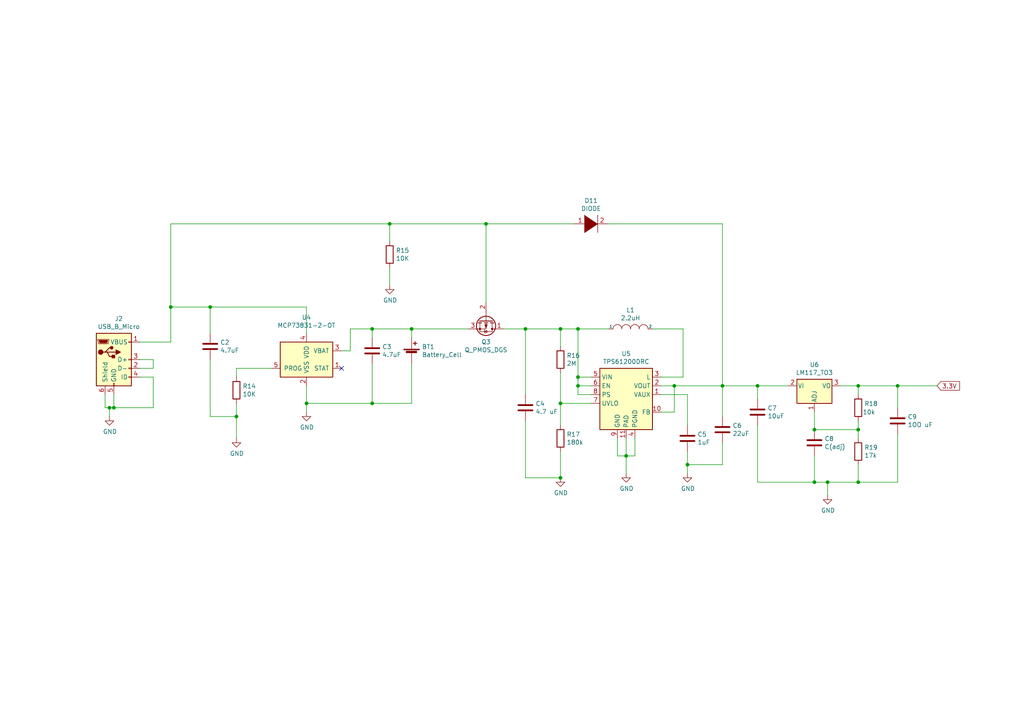
<source format=kicad_sch>
(kicad_sch (version 20230121) (generator eeschema)
  (paper "A4")
  (lib_symbols
    (symbol "Connector:USB_B_Micro" (pin_names (offset 1.016))
      (property "Reference" "J" (at -5.08 11.43 0))
      (property "Value" "USB_B_Micro" (at -5.08 8.89 0))
      (symbol "USB_B_Micro_0_1"
        (rectangle (start -5.08 -7.62) (end 5.08 7.62) (stroke (width 0.254)) (fill (type background)))
        (circle (center -3.81 2.159) (radius 0.635) (stroke (width 0.254)) (fill (type outline)))
        (circle (center -0.635 3.429) (radius 0.381) (stroke (width 0.254)) (fill (type outline)))
        (rectangle (start -0.127 -7.62) (end 0.127 -6.858))
        (polyline (pts (xy -1.905 2.159) (xy 0.635 2.159)) (stroke (width 0.254)))
        (polyline (pts (xy -3.175 2.159) (xy -2.54 2.159) (xy -1.27 3.429) (xy -0.635 3.429)) (stroke (width 0.254)))
        (polyline (pts (xy -2.54 2.159) (xy -1.905 2.159) (xy -1.27 0.889) (xy 0 0.889)) (stroke (width 0.254)))
        (polyline (pts (xy 0.635 2.794) (xy 0.635 1.524) (xy 1.905 2.159) (xy 0.635 2.794)) (stroke (width 0.254)) (fill (type outline)))
        (polyline (pts (xy -4.318 5.588) (xy -1.778 5.588) (xy -2.032 4.826) (xy -4.064 4.826) (xy -4.318 5.588)) (fill (type outline)))
        (polyline (pts (xy -4.699 5.842) (xy -4.699 5.588) (xy -4.445 4.826) (xy -4.445 4.572) (xy -1.651 4.572) (xy -1.651 4.826) (xy -1.397 5.588) (xy -1.397 5.842) (xy -4.699 5.842)))
        (rectangle (start 0.254 1.27) (end -0.508 0.508) (stroke (width 0.254)) (fill (type outline)))
        (rectangle (start 5.08 -5.207) (end 4.318 -4.953))
        (rectangle (start 5.08 -2.667) (end 4.318 -2.413))
        (rectangle (start 5.08 -0.127) (end 4.318 0.127))
        (rectangle (start 5.08 4.953) (end 4.318 5.207))
      )
      (symbol "USB_B_Micro_1_1"
        (pin power_out line (at 7.62 5.08 180) (length 2.54) (name "VBUS") (number "1"))
        (pin bidirectional line (at 7.62 -2.54 180) (length 2.54) (name "D-") (number "2"))
        (pin bidirectional line (at 7.62 0 180) (length 2.54) (name "D+") (number "3"))
        (pin passive line (at 7.62 -5.08 180) (length 2.54) (name "ID") (number "4"))
        (pin power_out line (at 0 -10.16 90) (length 2.54) (name "GND") (number "5"))
        (pin passive line (at -2.54 -10.16 90) (length 2.54) (name "Shield") (number "6"))
      )
    )
    (symbol "Device:Battery_Cell" (pin_numbers hide) (pin_names (offset 0) hide)
      (property "Reference" "BT" (at 2.54 2.54 0))
      (property "Value" "Battery_Cell" (at 2.54 0 0))
      (symbol "Battery_Cell_0_1"
        (rectangle (start -2.286 1.778) (end 2.286 1.524) (fill (type outline)))
        (rectangle (start -1.5748 1.1938) (end 1.4732 0.6858) (fill (type outline)))
        (polyline (pts (xy 0 0.762) (xy 0 0)))
        (polyline (pts (xy 0 1.778) (xy 0 2.54)))
        (polyline (pts (xy 0.508 3.429) (xy 1.524 3.429)) (stroke (width 0.254)))
        (polyline (pts (xy 1.016 3.937) (xy 1.016 2.921)) (stroke (width 0.254)))
      )
      (symbol "Battery_Cell_1_1"
        (pin passive line (at 0 5.08 270) (length 2.54) (name "+") (number "1"))
        (pin passive line (at 0 -2.54 90) (length 2.54) (name "-") (number "2"))
      )
    )
    (symbol "Device:C" (pin_numbers hide) (pin_names (offset 0.254))
      (property "Reference" "C" (at 0.635 2.54 0))
      (property "Value" "C" (at 0.635 -2.54 0))
      (symbol "C_0_1"
        (polyline (pts (xy -2.032 -0.762) (xy 2.032 -0.762)) (stroke (width 0.508)))
        (polyline (pts (xy -2.032 0.762) (xy 2.032 0.762)) (stroke (width 0.508)))
      )
      (symbol "C_1_1"
        (pin passive line (at 0 3.81 270) (length 2.794) (name "~") (number "1"))
        (pin passive line (at 0 -3.81 90) (length 2.794) (name "~") (number "2"))
      )
    )
    (symbol "Device:Q_PMOS_DGS" (pin_names (offset 0) hide)
      (property "Reference" "Q" (at 5.08 1.27 0))
      (property "Value" "Q_PMOS_DGS" (at 5.08 -1.27 0))
      (symbol "Q_PMOS_DGS_0_1"
        (polyline (pts (xy 0.254 0) (xy -2.54 0)))
        (polyline (pts (xy 0.254 1.905) (xy 0.254 -1.905)) (stroke (width 0.254)))
        (polyline (pts (xy 0.762 -1.27) (xy 0.762 -2.286)) (stroke (width 0.254)))
        (polyline (pts (xy 0.762 0.508) (xy 0.762 -0.508)) (stroke (width 0.254)))
        (polyline (pts (xy 0.762 2.286) (xy 0.762 1.27)) (stroke (width 0.254)))
        (polyline (pts (xy 2.54 2.54) (xy 2.54 1.778)))
        (polyline (pts (xy 2.54 -2.54) (xy 2.54 0) (xy 0.762 0)))
        (polyline (pts (xy 0.762 1.778) (xy 3.302 1.778) (xy 3.302 -1.778) (xy 0.762 -1.778)))
        (polyline (pts (xy 2.286 0) (xy 1.27 0.381) (xy 1.27 -0.381) (xy 2.286 0)) (fill (type outline)))
        (polyline (pts (xy 2.794 -0.508) (xy 2.921 -0.381) (xy 3.683 -0.381) (xy 3.81 -0.254)))
        (polyline (pts (xy 3.302 -0.381) (xy 2.921 0.254) (xy 3.683 0.254) (xy 3.302 -0.381)))
        (circle (center 1.651 0) (radius 2.794) (stroke (width 0.254)))
        (circle (center 2.54 -1.778) (radius 0.254) (fill (type outline)))
        (circle (center 2.54 1.778) (radius 0.254) (fill (type outline)))
      )
      (symbol "Q_PMOS_DGS_1_1"
        (pin passive line (at 2.54 5.08 270) (length 2.54) (name "D") (number "1"))
        (pin input line (at -5.08 0 0) (length 2.54) (name "G") (number "2"))
        (pin passive line (at 2.54 -5.08 90) (length 2.54) (name "S") (number "3"))
      )
    )
    (symbol "Device:R" (pin_numbers hide) (pin_names (offset 0))
      (property "Reference" "R" (at 2.032 0 90))
      (property "Value" "R" (at 0 0 90))
      (symbol "R_0_1"
        (rectangle (start -1.016 -2.54) (end 1.016 2.54) (stroke (width 0.254)))
      )
      (symbol "R_1_1"
        (pin passive line (at 0 3.81 270) (length 1.27) (name "~") (number "1"))
        (pin passive line (at 0 -3.81 90) (length 1.27) (name "~") (number "2"))
      )
    )
    (symbol "Regulator_Linear:LM117_TO3" (pin_names (offset 0.254))
      (property "Reference" "U" (at -3.81 3.175 0))
      (property "Value" "LM117_TO3" (at 0 3.175 0))
      (symbol "LM117_TO3_0_1"
        (rectangle (start -5.08 1.905) (end 5.08 -5.08) (stroke (width 0.254)) (fill (type background)))
      )
      (symbol "LM117_TO3_1_1"
        (pin input line (at 0 -7.62 90) (length 2.54) (name "ADJ") (number "1"))
        (pin power_in line (at -7.62 0 0) (length 2.54) (name "VI") (number "2"))
        (pin power_out line (at 7.62 0 180) (length 2.54) (name "VO") (number "3"))
      )
    )
    (symbol "Regulator_Switching:TPS61200DRC"
      (property "Reference" "U" (at -10.16 8.89 0))
      (property "Value" "TPS61200DRC" (at -2.54 8.89 0))
      (symbol "TPS61200DRC_0_1"
        (rectangle (start -7.62 7.62) (end 7.62 -10.16) (stroke (width 0.254)) (fill (type background)))
      )
      (symbol "TPS61200DRC_1_1"
        (pin bidirectional line (at 10.16 0 180) (length 2.54) (name "VAUX") (number "1"))
        (pin input line (at 10.16 -5.08 180) (length 2.54) (name "FB") (number "10"))
        (pin power_in line (at 0 -12.7 90) (length 2.54) (name "PAD") (number "11"))
        (pin power_out line (at 10.16 2.54 180) (length 2.54) (name "VOUT") (number "2"))
        (pin input line (at 10.16 5.08 180) (length 2.54) (name "L") (number "3"))
        (pin power_in line (at 2.54 -12.7 90) (length 2.54) (name "PGND") (number "4"))
        (pin power_in line (at -10.16 5.08 0) (length 2.54) (name "VIN") (number "5"))
        (pin input line (at -10.16 2.54 0) (length 2.54) (name "EN") (number "6"))
        (pin input line (at -10.16 -2.54 0) (length 2.54) (name "UVLO") (number "7"))
        (pin input line (at -10.16 0 0) (length 2.54) (name "PS") (number "8"))
        (pin power_in line (at -2.54 -12.7 90) (length 2.54) (name "GND") (number "9"))
      )
    )
    (symbol "power supplly-rescue:DIODE-pspice" (pin_names (offset 1.016) hide)
      (property "Reference" "D" (at 0 3.81 0))
      (property "Value" "pspice_DIODE" (at 0 -4.445 0))
      (symbol "DIODE-pspice_0_1"
        (polyline (pts (xy 1.905 2.54) (xy 1.905 -2.54)))
        (polyline (pts (xy -1.905 2.54) (xy -1.905 -2.54) (xy 1.905 0)) (fill (type outline)))
      )
      (symbol "DIODE-pspice_1_1"
        (pin input line (at -5.08 0 0) (length 3.81) (name "K") (number "1"))
        (pin input line (at 5.08 0 180) (length 3.81) (name "A") (number "2"))
      )
    )
    (symbol "power supplly-rescue:INDUCTOR-pspice" (pin_numbers hide) (pin_names (offset 0))
      (property "Reference" "L" (at 0 2.54 0))
      (property "Value" "pspice_INDUCTOR" (at 0 -1.27 0))
      (symbol "INDUCTOR-pspice_0_1"
        (arc (start -2.54 0) (mid -3.81 1.2645) (end -5.08 0))
        (arc (start 0 0) (mid -1.27 1.2645) (end -2.54 0))
        (arc (start 2.54 0) (mid 1.27 1.2645) (end 0 0))
        (arc (start 5.08 0) (mid 3.81 1.2645) (end 2.54 0))
      )
      (symbol "INDUCTOR-pspice_1_1"
        (pin input line (at -6.35 0 0) (length 1.27) (name "1") (number "1"))
        (pin input line (at 6.35 0 180) (length 1.27) (name "2") (number "2"))
      )
    )
    (symbol "power supplly-rescue:MCP73831-2-OT-Battery_Management" (pin_names (offset 1.016))
      (property "Reference" "U" (at -7.62 6.35 0))
      (property "Value" "Battery_Management_MCP73831-2-OT" (at 1.27 6.35 0))
      (symbol "MCP73831-2-OT-Battery_Management_0_1"
        (rectangle (start -7.62 5.08) (end 7.62 -5.08) (stroke (width 0.254)) (fill (type background)))
      )
      (symbol "MCP73831-2-OT-Battery_Management_1_1"
        (pin output line (at 10.16 -2.54 180) (length 2.54) (name "STAT") (number "1"))
        (pin power_in line (at 0 -7.62 90) (length 2.54) (name "VSS") (number "2"))
        (pin power_out line (at 10.16 2.54 180) (length 2.54) (name "VBAT") (number "3"))
        (pin power_in line (at 0 7.62 270) (length 2.54) (name "VDD") (number "4"))
        (pin input line (at -10.16 -2.54 0) (length 2.54) (name "PROG") (number "5"))
      )
    )
    (symbol "power:GND" (power) (pin_names (offset 0))
      (property "Value" "GND" (at 0 -3.81 0))
      (symbol "GND_0_1"
        (polyline (pts (xy 0 0) (xy 0 -1.27) (xy 1.27 -1.27) (xy 0 -2.54) (xy -1.27 -1.27) (xy 0 -1.27)))
      )
      (symbol "GND_1_1"
        (pin power_in line (at 0 0 270) (length 0) hide (name "GND") (number "1"))
      )
    )
  )
  (junction (at 195.58 111.9124))
  (junction (at 236.22 139.8524))
  (junction (at 248.92 111.9124))
  (junction (at 152.4 95.4024))
  (junction (at 49.53 89.0524))
  (junction (at 140.97 64.9224))
  (junction (at 162.56 116.9924))
  (junction (at 199.39 134.7724))
  (junction (at 119.38 95.4024))
  (junction (at 162.56 138.5824))
  (junction (at 107.95 95.4024))
  (junction (at 31.75 118.2624))
  (junction (at 236.22 124.6124))
  (junction (at 181.61 132.2324))
  (junction (at 209.55 111.9124))
  (junction (at 113.03 64.9224))
  (junction (at 107.95 116.9924))
  (junction (at 68.58 120.8024))
  (junction (at 162.56 95.4024))
  (junction (at 167.64 95.4024))
  (junction (at 248.92 124.6124))
  (junction (at 60.96 89.0524))
  (junction (at 240.03 139.8524))
  (junction (at 33.02 118.2624))
  (junction (at 248.92 139.8524))
  (junction (at 260.35 111.9124))
  (junction (at 167.64 111.9124))
  (junction (at 167.64 109.3724))
  (junction (at 88.9 116.9924))
  (junction (at 219.71 111.9124))
  (no_connect (at 99.06 106.8324))
  (wire (pts (xy 162.56 138.5824) (xy 162.56 130.9624)))
  (wire (pts (xy 209.55 128.4224) (xy 209.55 134.7724)))
  (wire (pts (xy 195.58 119.5324) (xy 191.77 119.5324)))
  (wire (pts (xy 184.15 132.2324) (xy 184.15 127.1524)))
  (wire (pts (xy 107.95 116.9924) (xy 119.38 116.9924)))
  (wire (pts (xy 152.4 95.4024) (xy 162.56 95.4024)))
  (wire (pts (xy 30.48 118.2624) (xy 30.48 114.4524)))
  (wire (pts (xy 152.4 138.5824) (xy 162.56 138.5824)))
  (wire (pts (xy 33.02 118.2624) (xy 33.02 114.4524)))
  (wire (pts (xy 179.07 127.1524) (xy 179.07 132.2324)))
  (wire (pts (xy 248.92 111.9124) (xy 243.84 111.9124)))
  (wire (pts (xy 219.71 115.7224) (xy 219.71 111.9124)))
  (wire (pts (xy 78.74 106.8324) (xy 68.58 106.8324)))
  (wire (pts (xy 195.58 111.9124) (xy 195.58 119.5324)))
  (wire (pts (xy 199.39 123.3424) (xy 199.39 114.4524)))
  (wire (pts (xy 219.71 123.3424) (xy 219.71 139.8524)))
  (wire (pts (xy 181.61 132.2324) (xy 181.61 127.1524)))
  (wire (pts (xy 209.55 120.8024) (xy 209.55 111.9124)))
  (wire (pts (xy 181.61 137.3124) (xy 181.61 132.2324)))
  (wire (pts (xy 248.92 139.8524) (xy 260.35 139.8524)))
  (wire (pts (xy 31.75 118.2624) (xy 30.48 118.2624)))
  (wire (pts (xy 209.55 111.9124) (xy 219.71 111.9124)))
  (wire (pts (xy 240.03 139.8524) (xy 248.92 139.8524)))
  (wire (pts (xy 152.4 95.4024) (xy 152.4 114.4524)))
  (wire (pts (xy 167.64 109.3724) (xy 167.64 95.4024)))
  (wire (pts (xy 248.92 124.6124) (xy 248.92 122.0724)))
  (wire (pts (xy 152.4 122.0724) (xy 152.4 138.5824)))
  (wire (pts (xy 179.07 132.2324) (xy 181.61 132.2324)))
  (wire (pts (xy 44.45 104.2924) (xy 44.45 106.8324)))
  (wire (pts (xy 88.9 116.9924) (xy 107.95 116.9924)))
  (wire (pts (xy 171.45 116.9924) (xy 162.56 116.9924)))
  (wire (pts (xy 162.56 100.4824) (xy 162.56 95.4024)))
  (wire (pts (xy 44.45 118.2624) (xy 33.02 118.2624)))
  (wire (pts (xy 260.35 139.8524) (xy 260.35 125.8824)))
  (wire (pts (xy 176.53 95.4024) (xy 167.64 95.4024)))
  (wire (pts (xy 140.97 64.9224) (xy 166.37 64.9224)))
  (wire (pts (xy 113.03 82.7024) (xy 113.03 77.6224)))
  (wire (pts (xy 101.6 95.4024) (xy 107.95 95.4024)))
  (wire (pts (xy 135.89 95.4024) (xy 119.38 95.4024)))
  (wire (pts (xy 113.03 64.9224) (xy 140.97 64.9224)))
  (wire (pts (xy 195.58 111.9124) (xy 209.55 111.9124)))
  (wire (pts (xy 260.35 111.9124) (xy 248.92 111.9124)))
  (wire (pts (xy 44.45 109.3724) (xy 44.45 118.2624)))
  (wire (pts (xy 199.39 134.7724) (xy 199.39 137.3124)))
  (wire (pts (xy 167.64 114.4524) (xy 167.64 111.9124)))
  (wire (pts (xy 31.75 118.2624) (xy 33.02 118.2624)))
  (wire (pts (xy 171.45 114.4524) (xy 167.64 114.4524)))
  (wire (pts (xy 248.92 139.8524) (xy 248.92 134.7724)))
  (wire (pts (xy 191.77 111.9124) (xy 195.58 111.9124)))
  (wire (pts (xy 60.96 89.0524) (xy 49.53 89.0524)))
  (wire (pts (xy 40.64 99.2124) (xy 49.53 99.2124)))
  (wire (pts (xy 119.38 95.4024) (xy 119.38 97.9424)))
  (wire (pts (xy 209.55 64.9224) (xy 209.55 111.9124)))
  (wire (pts (xy 88.9 111.9124) (xy 88.9 116.9924)))
  (wire (pts (xy 113.03 64.9224) (xy 113.03 70.0024)))
  (wire (pts (xy 101.6 101.7524) (xy 101.6 95.4024)))
  (wire (pts (xy 199.39 130.9624) (xy 199.39 134.7724)))
  (wire (pts (xy 191.77 114.4524) (xy 199.39 114.4524)))
  (wire (pts (xy 31.75 120.8024) (xy 31.75 118.2624)))
  (wire (pts (xy 167.64 111.9124) (xy 167.64 109.3724)))
  (wire (pts (xy 189.23 95.4024) (xy 198.12 95.4024)))
  (wire (pts (xy 236.22 132.2324) (xy 236.22 139.8524)))
  (wire (pts (xy 99.06 101.7524) (xy 101.6 101.7524)))
  (wire (pts (xy 88.9 89.0524) (xy 88.9 96.6724)))
  (wire (pts (xy 140.97 64.9224) (xy 140.97 87.7824)))
  (wire (pts (xy 198.12 109.3724) (xy 191.77 109.3724)))
  (wire (pts (xy 88.9 116.9924) (xy 88.9 119.5324)))
  (wire (pts (xy 219.71 139.8524) (xy 236.22 139.8524)))
  (wire (pts (xy 60.96 96.6724) (xy 60.96 89.0524)))
  (wire (pts (xy 236.22 124.6124) (xy 236.22 119.5324)))
  (wire (pts (xy 60.96 120.8024) (xy 60.96 104.2924)))
  (wire (pts (xy 119.38 105.5624) (xy 119.38 116.9924)))
  (wire (pts (xy 68.58 120.8024) (xy 68.58 127.1524)))
  (wire (pts (xy 198.12 95.4024) (xy 198.12 109.3724)))
  (wire (pts (xy 162.56 116.9924) (xy 162.56 108.1024)))
  (wire (pts (xy 240.03 143.6624) (xy 240.03 139.8524)))
  (wire (pts (xy 171.45 109.3724) (xy 167.64 109.3724)))
  (wire (pts (xy 228.6 111.9124) (xy 219.71 111.9124)))
  (wire (pts (xy 260.35 118.2624) (xy 260.35 111.9124)))
  (wire (pts (xy 49.53 64.9224) (xy 113.03 64.9224)))
  (wire (pts (xy 209.55 134.7724) (xy 199.39 134.7724)))
  (wire (pts (xy 176.53 64.9224) (xy 209.55 64.9224)))
  (wire (pts (xy 49.53 89.0524) (xy 49.53 99.2124)))
  (wire (pts (xy 167.64 111.9124) (xy 171.45 111.9124)))
  (wire (pts (xy 181.61 132.2324) (xy 184.15 132.2324)))
  (wire (pts (xy 88.9 89.0524) (xy 60.96 89.0524)))
  (wire (pts (xy 146.05 95.4024) (xy 152.4 95.4024)))
  (wire (pts (xy 68.58 120.8024) (xy 60.96 120.8024)))
  (wire (pts (xy 49.53 89.0524) (xy 49.53 64.9224)))
  (wire (pts (xy 162.56 123.3424) (xy 162.56 116.9924)))
  (wire (pts (xy 44.45 106.8324) (xy 40.64 106.8324)))
  (wire (pts (xy 107.95 95.4024) (xy 119.38 95.4024)))
  (wire (pts (xy 260.35 111.9124) (xy 271.78 111.9124)))
  (wire (pts (xy 248.92 127.1524) (xy 248.92 124.6124)))
  (wire (pts (xy 167.64 95.4024) (xy 162.56 95.4024)))
  (wire (pts (xy 248.92 124.6124) (xy 236.22 124.6124)))
  (wire (pts (xy 107.95 105.5624) (xy 107.95 116.9924)))
  (wire (pts (xy 40.64 109.3724) (xy 44.45 109.3724)))
  (wire (pts (xy 68.58 106.8324) (xy 68.58 109.3724)))
  (wire (pts (xy 236.22 139.8524) (xy 240.03 139.8524)))
  (wire (pts (xy 68.58 116.9924) (xy 68.58 120.8024)))
  (wire (pts (xy 248.92 114.4524) (xy 248.92 111.9124)))
  (wire (pts (xy 40.64 104.2924) (xy 44.45 104.2924)))
  (wire (pts (xy 107.95 95.4024) (xy 107.95 97.9424)))
  (global_label "3.3V" (shape input) (at 271.78 111.9124 0) (property "Intersheetrefs" "${INTERSHEET_REFS}" (effects hide)))
  (symbol (lib_id "Device:C") (at 236.22 128.4224 0) (unit 1)
    (property "Reference" "C8" (at 239.141 127.254 0) (effects (justify left)))
    (property "Value" "C(adj)" (at 239.141 129.5654 0) (effects (justify left)))
    (instances (project "Main Schematic" (path "" (reference "C8") (unit 1))) (project "Main Schematic" (path "" (reference "C8") (unit 1))) (project "PowerUnit_sch" (path "" (reference "C8") (unit 1))) (project "power supplly[2803]" (path "" (reference "C9") (unit 1))))
  )
  (symbol (lib_id "Device:C") (at 260.35 122.0724 0) (unit 1)
    (property "Reference" "C9" (at 263.271 120.904 0) (effects (justify left)))
    (property "Value" "1OO uF" (at 263.271 123.2154 0) (effects (justify left)))
    (instances (project "Main Schematic" (path "" (reference "C9") (unit 1))) (project "Main Schematic" (path "" (reference "C9") (unit 1))) (project "PowerUnit_sch" (path "" (reference "C9") (unit 1))) (project "power supplly[2803]" (path "" (reference "C10") (unit 1))))
  )
  (symbol (lib_id "Regulator_Linear:LM117_TO3") (at 236.22 111.9124 0) (unit 1)
    (property "Reference" "U6" (at 236.22 105.7656 0))
    (property "Value" "LM117_TO3" (at 236.22 108.077 0))
    (property "Footprint" "Package_TO_SOT_THT:TO-3" (effects hide))
    (property "Datasheet" "http://www.ti.com/lit/ds/symlink/lm317.pdf" (effects hide))
    (instances (project "Main Schematic" (path "" (reference "U6") (unit 1))) (project "Main Schematic" (path "" (reference "U6") (unit 1))) (project "PowerUnit_sch" (path "" (reference "U6") (unit 1))) (project "power supplly[2803]" (path "" (reference "U4") (unit 1))))
  )
  (symbol (lib_id "Device:R") (at 162.56 127.1524 0) (unit 1)
    (property "Reference" "R17" (at 164.338 125.984 0) (effects (justify left)))
    (property "Value" "180k" (at 164.338 128.2954 0) (effects (justify left)))
    (instances (project "Main Schematic" (path "" (reference "R17") (unit 1))) (project "Main Schematic" (path "" (reference "R23") (unit 1))) (project "PowerUnit_sch" (path "" (reference "R17") (unit 1))) (project "power supplly[2803]" (path "" (reference "R5") (unit 1))))
  )
  (symbol (lib_id "Device:C") (at 219.71 119.5324 0) (unit 1)
    (property "Reference" "C7" (at 222.631 118.364 0) (effects (justify left)))
    (property "Value" "10uF" (at 222.631 120.6754 0) (effects (justify left)))
    (instances (project "Main Schematic" (path "" (reference "C7") (unit 1))) (project "Main Schematic" (path "" (reference "C7") (unit 1))) (project "PowerUnit_sch" (path "" (reference "C7") (unit 1))) (project "power supplly[2803]" (path "" (reference "C8") (unit 1))))
  )
  (symbol (lib_id "power supplly-rescue:MCP73831-2-OT-Battery_Management") (at 88.9 104.2924 0) (unit 1)
    (property "Reference" "U4" (at 88.9 92.075 0))
    (property "Value" "MCP73831-2-OT" (at 88.9 94.3864 0))
    (property "Footprint" "Package_TO_SOT_SMD:SOT-23-5" (effects hide))
    (property "Datasheet" "http://ww1.microchip.com/downloads/en/DeviceDoc/20001984g.pdf" (effects hide))
    (instances (project "Main Schematic" (path "" (reference "U4") (unit 1))) (project "Main Schematic" (path "" (reference "U4") (unit 1))) (project "PowerUnit_sch" (path "" (reference "U4") (unit 1))) (project "power supplly[2803]" (path "" (reference "U2") (unit 1))))
  )
  (symbol (lib_id "Device:C") (at 107.95 101.7524 0) (unit 1)
    (property "Reference" "C3" (at 110.871 100.584 0) (effects (justify left)))
    (property "Value" "4.7uF" (at 110.871 102.8954 0) (effects (justify left)))
    (instances (project "Main Schematic" (path "" (reference "C3") (unit 1))) (project "Main Schematic" (path "" (reference "C3") (unit 1))) (project "PowerUnit_sch" (path "" (reference "C3") (unit 1))) (project "power supplly[2803]" (path "" (reference "C4") (unit 1))))
  )
  (symbol (lib_id "power:GND") (at 68.58 127.1524 0) (unit 1)
    (property "Reference" "#PWR016" (effects hide))
    (property "Value" "GND" (at 68.707 131.5466 0))
    (instances (project "Main Schematic" (path "" (reference "#PWR016") (unit 1))) (project "Main Schematic" (path "" (reference "#PWR014") (unit 1))) (project "PowerUnit_sch" (path "" (reference "#PWR016") (unit 1))) (project "power supplly[2803]" (path "" (reference "#PWR0104") (unit 1))))
  )
  (symbol (lib_id "Connector:USB_B_Micro") (at 33.02 104.2924 0) (unit 1)
    (property "Reference" "J2" (at 34.4678 92.4306 0))
    (property "Value" "USB_B_Micro" (at 34.4678 94.742 0))
  )
  (symbol (lib_id "Regulator_Switching:TPS61200DRC") (at 181.61 114.4524 0) (unit 1)
    (property "Reference" "U5" (at 181.61 102.5906 0))
    (property "Value" "TPS61200DRC" (at 181.61 104.902 0))
    (property "Footprint" "Package_SON:Texas_S-PVSON-N10_ThermalVias" (effects hide))
    (property "Datasheet" "http://www.ti.com/lit/ds/symlink/tps61200.pdf" (effects hide))
    (instances (project "Main Schematic" (path "" (reference "U5") (unit 1))) (project "Main Schematic" (path "" (reference "U5") (unit 1))) (project "PowerUnit_sch" (path "" (reference "U5") (unit 1))) (project "power supplly[2803]" (path "" (reference "U3") (unit 1))))
  )
  (symbol (lib_id "power:GND") (at 240.03 143.6624 0) (unit 1)
    (property "Reference" "#PWR022" (effects hide))
    (property "Value" "GND" (at 240.157 148.0566 0))
    (instances (project "Main Schematic" (path "" (reference "#PWR022") (unit 1))) (project "Main Schematic" (path "" (reference "#PWR020") (unit 1))) (project "PowerUnit_sch" (path "" (reference "#PWR022") (unit 1))) (project "power supplly[2803]" (path "" (reference "#PWR0111") (unit 1))))
  )
  (symbol (lib_id "power:GND") (at 162.56 138.5824 0) (unit 1)
    (property "Reference" "#PWR019" (effects hide))
    (property "Value" "GND" (at 162.687 142.9766 0))
    (instances (project "Main Schematic" (path "" (reference "#PWR019") (unit 1))) (project "Main Schematic" (path "" (reference "#PWR017") (unit 1))) (project "PowerUnit_sch" (path "" (reference "#PWR019") (unit 1))) (project "power supplly[2803]" (path "" (reference "#PWR0108") (unit 1))))
  )
  (symbol (lib_id "Device:C") (at 152.4 118.2624 0) (unit 1)
    (property "Reference" "C4" (at 155.321 117.094 0) (effects (justify left)))
    (property "Value" "4.7 uF" (at 155.321 119.4054 0) (effects (justify left)))
    (instances (project "Main Schematic" (path "" (reference "C4") (unit 1))) (project "Main Schematic" (path "" (reference "C4") (unit 1))) (project "PowerUnit_sch" (path "" (reference "C4") (unit 1))) (project "power supplly[2803]" (path "" (reference "C5") (unit 1))))
  )
  (symbol (lib_id "power:GND") (at 113.03 82.7024 0) (unit 1)
    (property "Reference" "#PWR018" (effects hide))
    (property "Value" "GND" (at 113.157 87.0966 0))
    (instances (project "Main Schematic" (path "" (reference "#PWR018") (unit 1))) (project "Main Schematic" (path "" (reference "#PWR016") (unit 1))) (project "PowerUnit_sch" (path "" (reference "#PWR018") (unit 1))) (project "power supplly[2803]" (path "" (reference "#PWR0110") (unit 1))))
  )
  (symbol (lib_id "Device:R") (at 162.56 104.2924 0) (unit 1)
    (property "Reference" "R16" (at 164.338 103.124 0) (effects (justify left)))
    (property "Value" "2M" (at 164.338 105.4354 0) (effects (justify left)))
    (instances (project "Main Schematic" (path "" (reference "R16") (unit 1))) (project "Main Schematic" (path "" (reference "R22") (unit 1))) (project "PowerUnit_sch" (path "" (reference "R16") (unit 1))) (project "power supplly[2803]" (path "" (reference "R4") (unit 1))))
  )
  (symbol (lib_id "power:GND") (at 199.39 137.3124 0) (unit 1)
    (property "Reference" "#PWR021" (effects hide))
    (property "Value" "GND" (at 199.517 141.7066 0))
    (instances (project "Main Schematic" (path "" (reference "#PWR021") (unit 1))) (project "Main Schematic" (path "" (reference "#PWR019") (unit 1))) (project "PowerUnit_sch" (path "" (reference "#PWR021") (unit 1))) (project "power supplly[2803]" (path "" (reference "#PWR0107") (unit 1))))
  )
  (symbol (lib_id "Device:R") (at 248.92 118.2624 0) (unit 1)
    (property "Reference" "R18" (at 250.698 117.094 0) (effects (justify left)))
    (property "Value" "10k" (at 250.19 119.5324 0) (effects (justify left)))
    (instances (project "Main Schematic" (path "" (reference "R18") (unit 1))) (project "Main Schematic" (path "" (reference "R24") (unit 1))) (project "PowerUnit_sch" (path "" (reference "R18") (unit 1))) (project "power supplly[2803]" (path "" (reference "R6") (unit 1))))
  )
  (symbol (lib_id "Device:Battery_Cell") (at 119.38 103.0224 0) (unit 1)
    (property "Reference" "BT1" (at 122.3772 100.584 0) (effects (justify left)))
    (property "Value" "Battery_Cell" (at 122.3772 102.8954 0) (effects (justify left)))
    (instances (project "Main Schematic" (path "" (reference "BT1") (unit 1))) (project "Main Schematic" (path "" (reference "BT1") (unit 1))) (project "PowerUnit_sch" (path "" (reference "BT1") (unit 1))) (project "power supplly[2803]" (path "" (reference "BT2") (unit 1))))
  )
  (symbol (lib_id "Device:R") (at 68.58 113.1824 0) (unit 1)
    (property "Reference" "R14" (at 70.358 112.014 0) (effects (justify left)))
    (property "Value" "10K" (at 70.358 114.3254 0) (effects (justify left)))
    (instances (project "Main Schematic" (path "" (reference "R14") (unit 1))) (project "Main Schematic" (path "" (reference "R20") (unit 1))) (project "PowerUnit_sch" (path "" (reference "R14") (unit 1))) (project "power supplly[2803]" (path "" (reference "R2") (unit 1))))
  )
  (symbol (lib_id "power:GND") (at 181.61 137.3124 0) (unit 1)
    (property "Reference" "#PWR020" (effects hide))
    (property "Value" "GND" (at 181.737 141.7066 0))
    (instances (project "Main Schematic" (path "" (reference "#PWR020") (unit 1))) (project "Main Schematic" (path "" (reference "#PWR018") (unit 1))) (project "PowerUnit_sch" (path "" (reference "#PWR020") (unit 1))) (project "power supplly[2803]" (path "" (reference "#PWR0109") (unit 1))))
  )
  (symbol (lib_id "power:GND") (at 31.75 120.8024 0) (unit 1)
    (property "Reference" "#PWR015" (effects hide))
    (property "Value" "GND" (at 31.877 125.1966 0))
    (instances (project "Main Schematic" (path "" (reference "#PWR015") (unit 1))) (project "Main Schematic" (path "" (reference "#PWR013") (unit 1))) (project "PowerUnit_sch" (path "" (reference "#PWR015") (unit 1))) (project "power supplly[2803]" (path "" (reference "#PWR0105") (unit 1))))
  )
  (symbol (lib_id "Device:C") (at 209.55 124.6124 0) (unit 1)
    (property "Reference" "C6" (at 212.471 123.444 0) (effects (justify left)))
    (property "Value" "22uF" (at 212.471 125.7554 0) (effects (justify left)))
    (instances (project "Main Schematic" (path "" (reference "C6") (unit 1))) (project "Main Schematic" (path "" (reference "C6") (unit 1))) (project "PowerUnit_sch" (path "" (reference "C6") (unit 1))) (project "power supplly[2803]" (path "" (reference "C7") (unit 1))))
  )
  (symbol (lib_id "Device:Q_PMOS_DGS") (at 140.97 92.8624 270) (unit 1)
    (property "Reference" "Q3" (at 140.97 99.187 90))
    (property "Value" "Q_PMOS_DGS" (at 140.97 101.4984 90))
    (instances (project "Main Schematic" (path "" (reference "Q3") (unit 1))) (project "Main Schematic" (path "" (reference "Q3") (unit 1))) (project "PowerUnit_sch" (path "" (reference "Q3") (unit 1))) (project "power supplly[2803]" (path "" (reference "Q1") (unit 1))))
  )
  (symbol (lib_id "Device:C") (at 60.96 100.4824 0) (unit 1)
    (property "Reference" "C2" (at 63.881 99.314 0) (effects (justify left)))
    (property "Value" "4.7uF" (at 63.881 101.6254 0) (effects (justify left)))
    (instances (project "Main Schematic" (path "" (reference "C2") (unit 1))) (project "Main Schematic" (path "" (reference "C2") (unit 1))) (project "PowerUnit_sch" (path "" (reference "C2") (unit 1))) (project "power supplly[2803]" (path "" (reference "C3") (unit 1))))
  )
  (symbol (lib_id "power supplly-rescue:DIODE-pspice") (at 171.45 64.9224 0) (unit 1)
    (property "Reference" "D11" (at 171.45 58.1914 0))
    (property "Value" "DIODE" (at 171.45 60.5028 0))
    (instances (project "Main Schematic" (path "" (reference "D11") (unit 1))) (project "Main Schematic" (path "" (reference "D13") (unit 1))) (project "PowerUnit_sch" (path "" (reference "D11") (unit 1))) (project "power supplly[2803]" (path "" (reference "D1") (unit 1))))
  )
  (symbol (lib_id "power:GND") (at 88.9 119.5324 0) (unit 1)
    (property "Reference" "#PWR017" (effects hide))
    (property "Value" "GND" (at 89.027 123.9266 0))
    (instances (project "Main Schematic" (path "" (reference "#PWR017") (unit 1))) (project "Main Schematic" (path "" (reference "#PWR015") (unit 1))) (project "PowerUnit_sch" (path "" (reference "#PWR017") (unit 1))) (project "power supplly[2803]" (path "" (reference "#PWR0106") (unit 1))))
  )
  (symbol (lib_id "Device:C") (at 199.39 127.1524 0) (unit 1)
    (property "Reference" "C5" (at 202.311 125.984 0) (effects (justify left)))
    (property "Value" "1uF" (at 202.311 128.2954 0) (effects (justify left)))
    (instances (project "Main Schematic" (path "" (reference "C5") (unit 1))) (project "Main Schematic" (path "" (reference "C5") (unit 1))) (project "PowerUnit_sch" (path "" (reference "C5") (unit 1))) (project "power supplly[2803]" (path "" (reference "C6") (unit 1))))
  )
  (symbol (lib_id "power supplly-rescue:INDUCTOR-pspice") (at 182.88 95.4024 0) (unit 1)
    (property "Reference" "L1" (at 182.88 89.9414 0))
    (property "Value" "2.2uH" (at 182.88 92.2528 0))
  )
  (symbol (lib_id "Device:R") (at 113.03 73.8124 0) (unit 1)
    (property "Reference" "R15" (at 114.808 72.644 0) (effects (justify left)))
    (property "Value" "10K" (at 114.808 74.9554 0) (effects (justify left)))
    (instances (project "Main Schematic" (path "" (reference "R15") (unit 1))) (project "Main Schematic" (path "" (reference "R21") (unit 1))) (project "PowerUnit_sch" (path "" (reference "R15") (unit 1))) (project "power supplly[2803]" (path "" (reference "R3") (unit 1))))
  )
  (symbol (lib_id "Device:R") (at 248.92 130.9624 0) (unit 1)
    (property "Reference" "R19" (at 250.698 129.794 0) (effects (justify left)))
    (property "Value" "17k" (at 250.698 132.1054 0) (effects (justify left)))
    (instances (project "Main Schematic" (path "" (reference "R19") (unit 1))) (project "Main Schematic" (path "" (reference "R25") (unit 1))) (project "PowerUnit_sch" (path "" (reference "R19") (unit 1))) (project "power supplly[2803]" (path "" (reference "R1") (unit 1))))
  )
)
</source>
